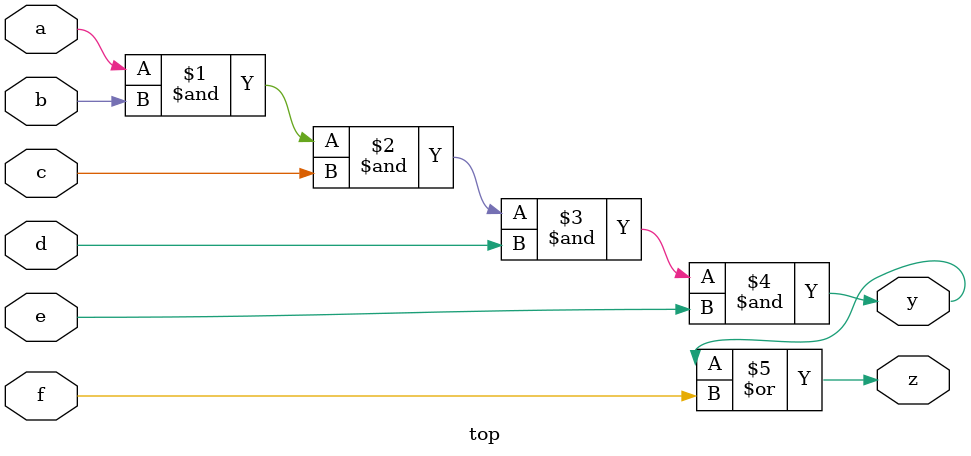
<source format=v>
module top(input a,input b, input c,input d, input e,input f, output z,output y);


assign y=a&b&c&d&e;
assign z=y|f;


endmodule

</source>
